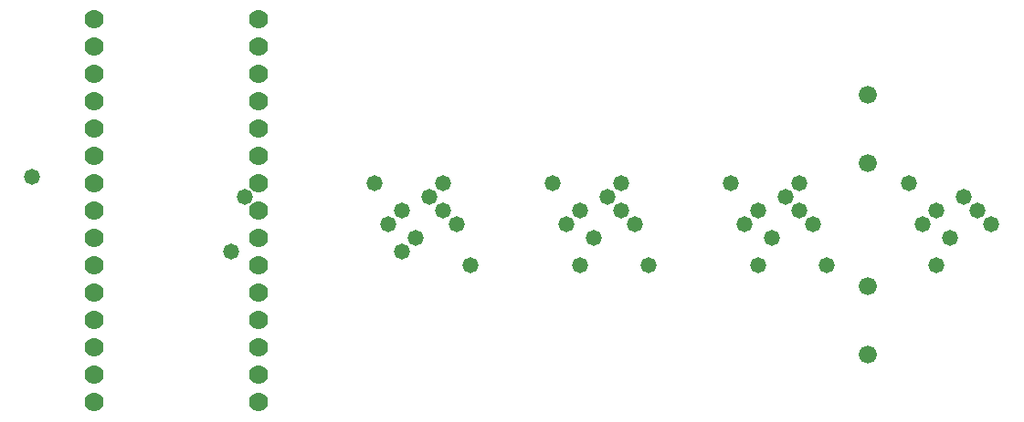
<source format=gbr>
G04 Easy-PC Gerber Version 25.0 Build 5877*
G04 #@! TF.Part,Single*
G04 #@! TF.FileFunction,Soldermask,Bot*
G04 #@! TF.FilePolarity,Negative*
%FSLAX35Y35*%
%MOIN*%
G04 #@! TA.AperFunction,ViaPad*
%ADD10C,0.05800*%
%ADD11C,0.06600*%
G04 #@! TA.AperFunction,ComponentPad*
%ADD12C,0.07000*%
G04 #@! TD.AperFunction*
X0Y0D02*
D02*
D10*
X152750Y332750D03*
X225250Y305250D03*
X230250Y325250D03*
X277750Y330250D03*
X282750Y315250D03*
X287750Y305250D03*
Y320250D03*
X292750Y310250D03*
X297750Y325250D03*
X302750Y320250D03*
Y330250D03*
X307750Y315250D03*
X312750Y300250D03*
X342750Y330250D03*
X347750Y315250D03*
X352750Y300250D03*
Y320250D03*
X357750Y310250D03*
X362750Y325250D03*
X367750Y320250D03*
Y330250D03*
X372750Y315250D03*
X377750Y300250D03*
X407750Y330250D03*
X412750Y315250D03*
X417750Y300250D03*
Y320250D03*
X422750Y310250D03*
X427750Y325250D03*
X432750Y320250D03*
Y330250D03*
X437750Y315250D03*
X442750Y300250D03*
X472750Y330250D03*
X477750Y315250D03*
X482750Y300250D03*
Y320250D03*
X487750Y310250D03*
X492750Y325250D03*
X497750Y320250D03*
X502750Y315250D03*
D02*
D11*
X457750Y267750D03*
Y292750D03*
Y337750D03*
Y362750D03*
D02*
D12*
X175250Y250250D03*
Y260250D03*
Y270250D03*
Y280250D03*
Y290250D03*
Y300250D03*
Y310250D03*
Y320250D03*
Y330250D03*
Y340250D03*
Y350250D03*
Y360250D03*
Y370250D03*
Y380250D03*
Y390250D03*
X235250Y250250D03*
Y260250D03*
Y270250D03*
Y280250D03*
Y290250D03*
Y300250D03*
Y310250D03*
Y320250D03*
Y330250D03*
Y340250D03*
Y350250D03*
Y360250D03*
Y370250D03*
Y380250D03*
Y390250D03*
X0Y0D02*
M02*

</source>
